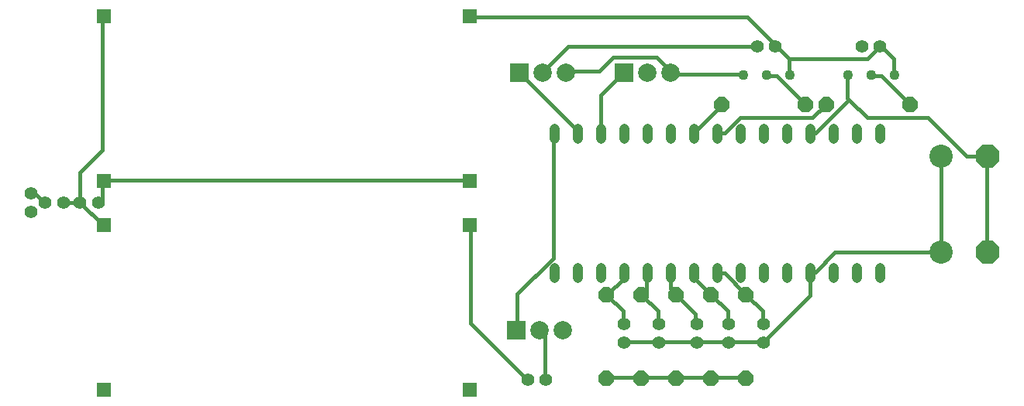
<source format=gbr>
G04 EAGLE Gerber RS-274X export*
G75*
%MOMM*%
%FSLAX34Y34*%
%LPD*%
%INTop Copper*%
%IPPOS*%
%AMOC8*
5,1,8,0,0,1.08239X$1,22.5*%
G01*
%ADD10C,1.422400*%
%ADD11C,2.540000*%
%ADD12P,2.749271X8X22.500000*%
%ADD13P,1.814519X8X112.500000*%
%ADD14P,1.814519X8X22.500000*%
%ADD15C,1.108000*%
%ADD16R,1.508000X1.508000*%
%ADD17R,2.010000X2.010000*%
%ADD18C,2.010000*%
%ADD19C,1.108000*%
%ADD20C,0.381000*%
%ADD21C,0.152400*%


D10*
X25400Y510700D03*
X25400Y530700D03*
D11*
X1019175Y571500D03*
D12*
X1069975Y571500D03*
D11*
X1019175Y466725D03*
D12*
X1069975Y466725D03*
D10*
X818675Y692150D03*
X838675Y692150D03*
X932975Y692150D03*
X952975Y692150D03*
X98900Y520700D03*
X78900Y520700D03*
X587850Y327025D03*
X567850Y327025D03*
X673100Y387825D03*
X673100Y367825D03*
X711200Y387825D03*
X711200Y367825D03*
X752475Y387825D03*
X752475Y367825D03*
X787400Y387825D03*
X787400Y367825D03*
X825500Y387825D03*
X825500Y367825D03*
X60800Y520700D03*
X40800Y520700D03*
D13*
X654050Y328930D03*
X654050Y420370D03*
X692150Y328930D03*
X692150Y420370D03*
X730250Y328930D03*
X730250Y420370D03*
X768350Y328930D03*
X768350Y420370D03*
X806450Y328930D03*
X806450Y420370D03*
D14*
X894080Y628650D03*
X985520Y628650D03*
X779780Y628650D03*
X871220Y628650D03*
D15*
X952500Y602440D02*
X952500Y591360D01*
X927100Y591360D02*
X927100Y602440D01*
X901700Y602440D02*
X901700Y591360D01*
X876300Y591360D02*
X876300Y602440D01*
X850900Y602440D02*
X850900Y591360D01*
X825500Y591360D02*
X825500Y602440D01*
X800100Y602440D02*
X800100Y591360D01*
X774700Y591360D02*
X774700Y602440D01*
X749300Y602440D02*
X749300Y591360D01*
X723900Y591360D02*
X723900Y602440D01*
X698500Y602440D02*
X698500Y591360D01*
X673100Y591360D02*
X673100Y602440D01*
X647700Y602440D02*
X647700Y591360D01*
X622300Y591360D02*
X622300Y602440D01*
X596900Y602440D02*
X596900Y591360D01*
X596900Y450040D02*
X596900Y438960D01*
X622300Y438960D02*
X622300Y450040D01*
X647700Y450040D02*
X647700Y438960D01*
X673100Y438960D02*
X673100Y450040D01*
X698500Y450040D02*
X698500Y438960D01*
X723900Y438960D02*
X723900Y450040D01*
X749300Y450040D02*
X749300Y438960D01*
X774700Y438960D02*
X774700Y450040D01*
X800100Y450040D02*
X800100Y438960D01*
X825500Y438960D02*
X825500Y450040D01*
X850900Y450040D02*
X850900Y438960D01*
X876300Y438960D02*
X876300Y450040D01*
X901700Y450040D02*
X901700Y438960D01*
X927100Y438960D02*
X927100Y450040D01*
X952500Y450040D02*
X952500Y438960D01*
D16*
X104800Y496400D03*
X104800Y316400D03*
X504800Y316400D03*
X504800Y496400D03*
D17*
X555625Y381000D03*
D18*
X581025Y381000D03*
X606425Y381000D03*
D17*
X673100Y663575D03*
D18*
X698500Y663575D03*
X723900Y663575D03*
D17*
X558800Y663575D03*
D18*
X584200Y663575D03*
X609600Y663575D03*
D16*
X104800Y725000D03*
X104800Y545000D03*
X504800Y545000D03*
X504800Y725000D03*
D19*
X803275Y660400D03*
X828675Y660400D03*
X854075Y660400D03*
X917575Y660400D03*
X942975Y660400D03*
X968375Y660400D03*
D20*
X691896Y329184D02*
X655320Y329184D01*
X654050Y328930D01*
D21*
X691896Y329184D02*
X692150Y328930D01*
D20*
X693420Y329184D02*
X729996Y329184D01*
D21*
X730250Y328930D01*
D20*
X693420Y329184D02*
X692150Y328930D01*
X731520Y329184D02*
X768096Y329184D01*
D21*
X768350Y328930D01*
D20*
X731520Y329184D02*
X730250Y328930D01*
X769620Y329184D02*
X806196Y329184D01*
D21*
X806450Y328930D01*
X769620Y329184D02*
X768350Y328930D01*
D20*
X103632Y525780D02*
X103632Y544068D01*
X103632Y525780D02*
X99060Y521208D01*
D21*
X103632Y544068D02*
X104800Y545000D01*
X99060Y521208D02*
X98900Y520700D01*
D20*
X1069848Y571500D02*
X1069848Y467868D01*
X1069975Y466725D01*
X882523Y597408D02*
X876300Y597408D01*
X882523Y597408D02*
X919036Y633921D01*
X917448Y635508D02*
X917448Y659892D01*
D21*
X876300Y597408D02*
X876300Y596900D01*
X917448Y659892D02*
X917575Y660400D01*
D20*
X803148Y661416D02*
X725424Y661416D01*
X723900Y662940D01*
D21*
X803148Y661416D02*
X803275Y660400D01*
D20*
X723900Y662940D02*
X723900Y663575D01*
X1047242Y571500D02*
X1069848Y571500D01*
X1047242Y571500D02*
X1004697Y614045D01*
X938911Y614045D01*
X919036Y633921D02*
X917448Y635508D01*
X919036Y633921D02*
X938911Y614045D01*
D21*
X1069848Y571500D02*
X1069975Y571500D01*
D20*
X646049Y664464D02*
X609600Y664464D01*
X646049Y664464D02*
X661416Y679831D01*
X708533Y679831D01*
X723900Y664464D01*
X609600Y664464D02*
X609600Y663575D01*
X723900Y663575D02*
X723900Y664464D01*
X504444Y545592D02*
X105156Y545592D01*
D21*
X104800Y545000D01*
X504444Y545592D02*
X504800Y545000D01*
D20*
X30480Y530352D02*
X25908Y530352D01*
X30480Y530352D02*
X39624Y521208D01*
X25908Y530352D02*
X25400Y530700D01*
D21*
X39624Y521208D02*
X40800Y520700D01*
D20*
X79248Y521208D02*
X103632Y496824D01*
X104800Y496400D01*
X103632Y578485D02*
X103632Y723900D01*
X103632Y578485D02*
X79248Y554101D01*
X79248Y521208D01*
D21*
X103632Y723900D02*
X104800Y725000D01*
X79248Y521208D02*
X78900Y520700D01*
D20*
X77724Y521208D02*
X60960Y521208D01*
X60800Y520700D01*
D21*
X77724Y521208D02*
X78900Y520700D01*
D20*
X595884Y460248D02*
X595884Y595884D01*
X595884Y460248D02*
X556260Y420624D01*
X556260Y381000D01*
X595884Y595884D02*
X596900Y596900D01*
D21*
X556260Y381000D02*
X555625Y381000D01*
D20*
X672084Y437388D02*
X672084Y443484D01*
X672084Y437388D02*
X655320Y420624D01*
X672084Y443484D02*
X673100Y444500D01*
X655320Y420624D02*
X654050Y420370D01*
X672084Y402336D02*
X672084Y388620D01*
X672084Y402336D02*
X654050Y420370D01*
X672084Y388620D02*
X673100Y387825D01*
X673608Y368808D02*
X710184Y368808D01*
X673608Y368808D02*
X673100Y367825D01*
D21*
X710184Y368808D02*
X711200Y367825D01*
D20*
X752856Y368808D02*
X786384Y368808D01*
D21*
X752856Y368808D02*
X752475Y367825D01*
X786384Y368808D02*
X787400Y367825D01*
D20*
X876300Y419100D02*
X876300Y444500D01*
X876300Y419100D02*
X826008Y368808D01*
D21*
X825500Y367825D01*
D20*
X824484Y368808D02*
X787908Y368808D01*
D21*
X787400Y367825D01*
D20*
X824484Y368808D02*
X825500Y367825D01*
X751332Y368808D02*
X711708Y368808D01*
X711200Y367825D01*
X751332Y368808D02*
X752475Y367825D01*
X1019556Y467868D02*
X1019556Y571500D01*
X1019556Y467868D02*
X1019175Y466725D01*
X1019556Y571500D02*
X1019175Y571500D01*
X967740Y661416D02*
X967740Y678180D01*
X954024Y691896D01*
D21*
X967740Y661416D02*
X968375Y660400D01*
X954024Y691896D02*
X952975Y692150D01*
D20*
X807720Y723900D02*
X505968Y723900D01*
X807720Y723900D02*
X838200Y693420D01*
X505968Y723900D02*
X504800Y725000D01*
D21*
X838200Y693420D02*
X838675Y692150D01*
D20*
X853440Y678180D02*
X853440Y661416D01*
X853440Y678180D02*
X839724Y691896D01*
D21*
X853440Y661416D02*
X854075Y660400D01*
X839724Y691896D02*
X838675Y692150D01*
D20*
X952975Y692150D02*
X952975Y692117D01*
X939038Y678180D01*
X853440Y678180D01*
X876300Y445008D02*
X882269Y445008D01*
X903605Y466344D01*
X1018032Y466344D01*
X876300Y445008D02*
X876300Y444500D01*
X1018032Y466344D02*
X1019175Y466725D01*
X505968Y495300D02*
X505968Y388620D01*
X566928Y327660D01*
X505968Y495300D02*
X504800Y496400D01*
X566928Y327660D02*
X567850Y327025D01*
X586740Y327660D02*
X586740Y376428D01*
X582168Y381000D01*
X586740Y327660D02*
X587850Y327025D01*
X582168Y381000D02*
X581025Y381000D01*
X775716Y443484D02*
X783336Y443484D01*
X806450Y420370D01*
X775716Y443484D02*
X774700Y444500D01*
X824484Y402336D02*
X824484Y388620D01*
X824484Y402336D02*
X806450Y420370D01*
X824484Y388620D02*
X825500Y387825D01*
X697992Y425196D02*
X697992Y443484D01*
X697992Y425196D02*
X693420Y420624D01*
X697992Y443484D02*
X698500Y444500D01*
D21*
X693420Y420624D02*
X692150Y420370D01*
D20*
X710184Y402336D02*
X710184Y388620D01*
X710184Y402336D02*
X692150Y420370D01*
X710184Y388620D02*
X711200Y387825D01*
X723900Y426720D02*
X723900Y444500D01*
X723900Y426720D02*
X730250Y420370D01*
X751332Y399288D02*
X751332Y388620D01*
X751332Y399288D02*
X730250Y420370D01*
X751332Y388620D02*
X752475Y387825D01*
X749808Y438912D02*
X749808Y443484D01*
X749808Y438912D02*
X768350Y420370D01*
X749808Y443484D02*
X749300Y444500D01*
X786384Y402336D02*
X786384Y388620D01*
X786384Y402336D02*
X768350Y420370D01*
X786384Y388620D02*
X787400Y387825D01*
X818388Y691896D02*
X612648Y691896D01*
X585216Y664464D01*
D21*
X818388Y691896D02*
X818675Y692150D01*
D20*
X585216Y664464D02*
X584200Y663575D01*
X621792Y600456D02*
X621792Y597408D01*
X621792Y600456D02*
X559308Y662940D01*
X621792Y597408D02*
X622300Y596900D01*
X559308Y662940D02*
X558800Y663575D01*
X647700Y638556D02*
X647700Y596900D01*
X647700Y638556D02*
X672084Y662940D01*
D21*
X673100Y663575D01*
D20*
X829056Y659892D02*
X839724Y659892D01*
X870204Y629412D01*
X829056Y659892D02*
X828675Y660400D01*
D21*
X870204Y629412D02*
X871220Y628650D01*
D20*
X943356Y659892D02*
X954024Y659892D01*
X984504Y629412D01*
D21*
X943356Y659892D02*
X942975Y660400D01*
X984504Y629412D02*
X985520Y628650D01*
D20*
X780288Y627888D02*
X749300Y596900D01*
X780288Y627888D02*
X779780Y628650D01*
X783336Y597408D02*
X775716Y597408D01*
X783336Y597408D02*
X799973Y614045D01*
X879221Y614045D01*
X893064Y627888D01*
X775716Y597408D02*
X774700Y596900D01*
X893064Y627888D02*
X894080Y628650D01*
M02*

</source>
